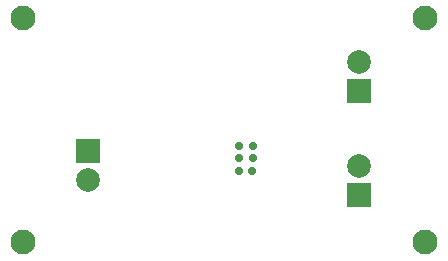
<source format=gbs>
G04*
G04 #@! TF.GenerationSoftware,Altium Limited,Altium Designer,19.1.6 (110)*
G04*
G04 Layer_Color=16711935*
%FSLAX43Y43*%
%MOMM*%
G71*
G01*
G75*
%ADD28R,2.000X2.000*%
%ADD29C,2.000*%
%ADD30C,2.100*%
%ADD31C,0.700*%
D28*
X57506Y66249D02*
D03*
X80441Y62504D02*
D03*
Y71292D02*
D03*
D29*
X57506Y63749D02*
D03*
X80441Y65004D02*
D03*
Y73792D02*
D03*
D30*
X52000Y58500D02*
D03*
X86000D02*
D03*
Y77500D02*
D03*
X52000D02*
D03*
D31*
X71425Y64541D02*
D03*
X71450Y65608D02*
D03*
X70256Y64567D02*
D03*
Y65634D02*
D03*
X71450Y66650D02*
D03*
X70282Y66624D02*
D03*
M02*

</source>
